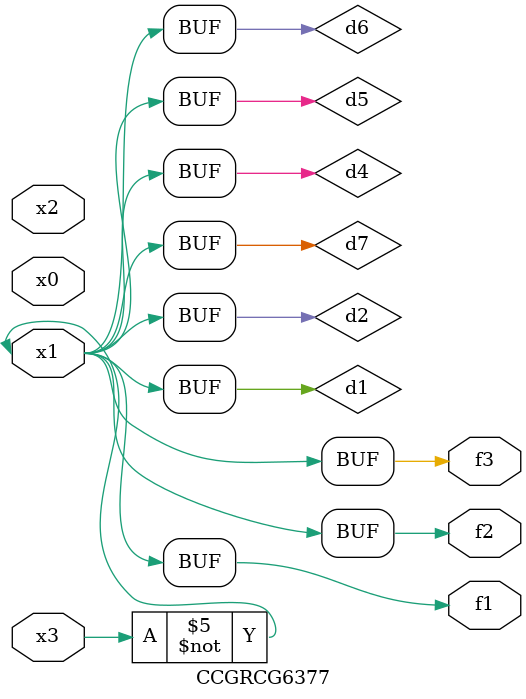
<source format=v>
module CCGRCG6377(
	input x0, x1, x2, x3,
	output f1, f2, f3
);

	wire d1, d2, d3, d4, d5, d6, d7;

	not (d1, x3);
	buf (d2, x1);
	xnor (d3, d1, d2);
	nor (d4, d1);
	buf (d5, d1, d2);
	buf (d6, d4, d5);
	nand (d7, d4);
	assign f1 = d6;
	assign f2 = d7;
	assign f3 = d6;
endmodule

</source>
